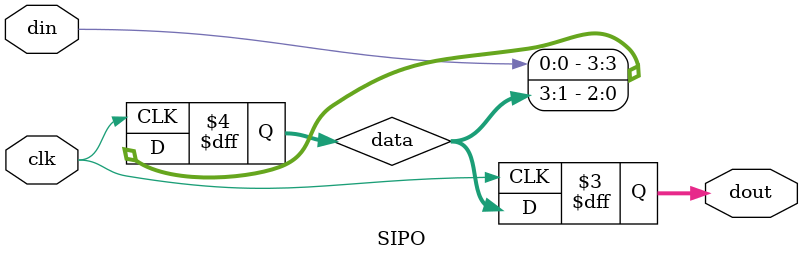
<source format=sv>
module  SIPO(
    input din,
    input clk,
    output reg [3:0] dout  
); 
reg[3:0] data=4'b0;
always@(posedge clk)
    begin
        dout <= data;
        data <= {din, data[3:1]};
        
    end
    
endmodule
</source>
